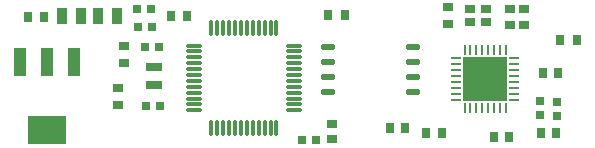
<source format=gbp>
%FSTAX23Y23*%
%MOIN*%
%SFA1B1*%

%IPPOS*%
%ADD16R,0.027600X0.035400*%
%ADD17R,0.033500X0.029500*%
%ADD21R,0.035400X0.027600*%
%ADD22R,0.029500X0.033500*%
%ADD73O,0.011800X0.057100*%
%ADD74O,0.057100X0.011800*%
%ADD75O,0.049200X0.021700*%
%ADD76R,0.027600X0.031500*%
%ADD77R,0.031500X0.027600*%
%ADD78R,0.145700X0.145700*%
%ADD79O,0.009800X0.035400*%
%ADD80O,0.035400X0.009800*%
%ADD81R,0.037400X0.053100*%
%ADD82R,0.129900X0.094500*%
%ADD83R,0.039400X0.094500*%
%ADD84R,0.055100X0.029500*%
%LNpcb1-1*%
%LPD*%
G54D16*
X01447Y00613D03*
X01392D03*
X0222Y00528D03*
X02165D03*
X00921Y00611D03*
X00866D03*
X00445Y00607D03*
X0039D03*
G54D17*
X01864Y00591D03*
X01917D03*
X01864Y00633D03*
X01917D03*
X01403Y00249D03*
Y00198D03*
G54D21*
X01996Y00578D03*
Y00633D03*
X02044Y00578D03*
Y00633D03*
X01789Y00639D03*
Y00583D03*
X00711Y00508D03*
Y00453D03*
X00692Y00314D03*
Y00369D03*
G54D22*
X01995Y00207D03*
X01944D03*
X01769Y00218D03*
X01718D03*
X01597Y00237D03*
X01648D03*
X02157Y00421D03*
X02106D03*
X02151Y00218D03*
X021D03*
G54D73*
X01002Y00237D03*
X01022D03*
X01041D03*
X01061D03*
X01081D03*
X011D03*
X0112D03*
X0114D03*
X01159D03*
X01179D03*
X01199D03*
X01218D03*
Y00569D03*
X01199D03*
X01179D03*
X01159D03*
X0114D03*
X0112D03*
X011D03*
X01081D03*
X01061D03*
X01041D03*
X01022D03*
X01002D03*
G54D74*
X01277Y00295D03*
Y00315D03*
Y00334D03*
Y00354D03*
Y00374D03*
Y00393D03*
Y00413D03*
Y00433D03*
Y00452D03*
Y00472D03*
Y00492D03*
Y00511D03*
X00944D03*
Y00492D03*
Y00472D03*
Y00452D03*
Y00433D03*
Y00413D03*
Y00393D03*
Y00374D03*
Y00354D03*
Y00334D03*
Y00315D03*
Y00295D03*
G54D75*
X01673Y00506D03*
Y00456D03*
Y00406D03*
Y00356D03*
X0139Y00506D03*
Y00456D03*
Y00406D03*
Y00356D03*
G54D76*
X00756Y00574D03*
X00803D03*
X01303Y00197D03*
X0135D03*
X00755Y00633D03*
X00802D03*
X00784Y0031D03*
X00831D03*
X00781Y00507D03*
X00828D03*
G54D77*
X02153Y00277D03*
Y00324D03*
X02096Y00327D03*
Y00279D03*
G54D78*
X01915Y00399D03*
G54D79*
X01983Y00497D03*
X01964D03*
X01944D03*
X01924D03*
X01905D03*
X01885D03*
X01865D03*
X01846D03*
Y00302D03*
X01865D03*
X01885D03*
X01905D03*
X01924D03*
X01944D03*
X01964D03*
X01983D03*
G54D80*
X01817Y00468D03*
Y00449D03*
Y00429D03*
Y00409D03*
Y0039D03*
Y0037D03*
Y0035D03*
Y0033D03*
X02012D03*
Y0035D03*
Y0037D03*
Y0039D03*
Y00409D03*
Y00429D03*
Y00449D03*
Y00468D03*
G54D81*
X00503Y00609D03*
X00566D03*
X00686D03*
X00623D03*
G54D82*
X00454Y00229D03*
G54D83*
X00545Y00457D03*
X00454D03*
X00364D03*
G54D84*
X0081Y00438D03*
Y00381D03*
M02*
</source>
